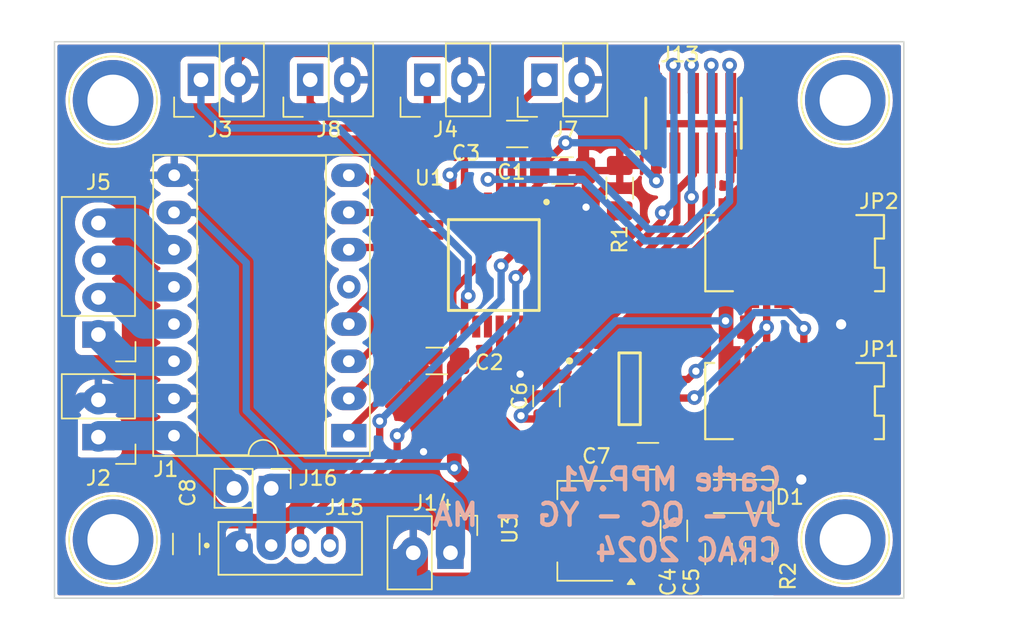
<source format=kicad_pcb>
(kicad_pcb (version 20221018) (generator pcbnew)
  (layers (0 "F.Cu" signal) (31 "B.Cu" signal) (34 "B.Paste" user) (35 "F.Paste" user) (36 "B.SilkS" user "B.Silkscreen") (37 "F.SilkS" user "F.Silkscreen") (38 "B.Mask" user) (39 "F.Mask" user) (44 "Edge.Cuts" user))
  (net 0 "")
  (net 1 "/EN")
  (net 2 "/M0")
  (net 3 "/M1")
  (net 4 "/M2")
  (net 6 "/STBY")
  (net 7 "/STEP")
  (net 8 "/DIR")
  (net 9 "GND")
  (net 10 "+5V")
  (net 11 "/A2")
  (net 12 "/A1")
  (net 13 "/B2")
  (net 14 "/B1")
  (net 15 "/V_HERKULEX")
  (net 16 "+3.3V")
  (net 17 "/TX_Can")
  (net 18 "/RX_Can")
  (net 21 "/CAN_H")
  (net 22 "/CAN_L")
  (net 23 "/V_STEPPER")
  (net 24 "/Tx1")
  (net 25 "/Aux1")
  (net 26 "/Aux2")
  (net 27 "/Aux3")
  (net 28 "/NRST")
  (net 29 "/Aux4")
  (net 30 "/BOOT0")
  (net 31 "Net-(D1-K)")
  (net 32 "/TX_TARGET")
  (net 33 "/TMS")
  (net 34 "/TCK")
  (net 35 "/RX_TARGET")
  (net 36 "/SWO")
  (net 41 "/Aux5")
  (net 42 "/Aux7")
  (net 43 "/Aux6")
  (net 44 "/Rx1")
  (footprint "Package_TO_SOT_SMD:SOT-223-3_TabPin2" (layer "F.Cu") (at 161.35 116.1 180)
    (fp_text reference "U3")
    (fp_text value "AZ1117-3.3")
  )
  (footprint "Capacitor_SMD:C_1206_3216Metric_Pad1.33x1.80mm_HandSolder" (layer "F.Cu") (at 158.7 106.9 90)
    (fp_text reference "C6")
    (fp_text value "100nF")
  )
  (footprint "Capacitor_SMD:C_1206_3216Metric_Pad1.33x1.80mm_HandSolder" (layer "F.Cu") (at 151.2 104.5)
    (fp_text reference "C2")
    (fp_text value "100nF")
  )
  (footprint "FootprintGamelGe2_v6:SW_DIP_SPSTx02_Slide_9.78x7.26mm_W7.62mm_P2.54mm" (layer "F.Cu") (at 161.623065 104.523999)
    (fp_text reference "U2" hide)
    (fp_text value "MCP2562FDT-E/SN" hide)
  )
  (footprint "FootprintGamelGe2_v6:SW_DIP_SPSTx04_Slide_9.78x12.34mm_W7.62mm_P2.54mm" (layer "F.Cu") (at 173.6 93.9)
    (fp_text reference "JP2")
    (fp_text value "Micromatch 8" hide)
  )
  (footprint "Capacitor_SMD:C_1206_3216Metric_Pad1.33x1.80mm_HandSolder" (layer "F.Cu") (at 156.7 89 180)
    (fp_text reference "C3")
    (fp_text value "100nF")
  )
  (footprint "Connector_PinHeader_2.54mm:PinHeader_1x02_P2.54mm_Vertical" (layer "F.Cu") (at 139.9 113.2 -90)
    (fp_text reference "J15")
    (fp_text value "Conn_01x02")
  )
  (footprint "FootprintGamelGe2_v6:Mounting_Screw_3mm" (layer "F.Cu") (at 129.1 86.7)
    (fp_text reference "J9" hide)
    (fp_text value "Mounting_Screw_3mm")
  )
  (footprint "FootprintGamelGe2_v6:Autocom2" (layer "F.Cu") (at 152.14 117.6 -90)
    (fp_text reference "J14")
    (fp_text value "Autocom2")
  )
  (footprint "Resistor_SMD:R_1206_3216Metric_Pad1.30x1.75mm_HandSolder" (layer "F.Cu") (at 163.7 92.7 -90)
    (fp_text reference "R1")
    (fp_text value "10K")
  )
  (footprint "Capacitor_SMD:C_1206_3216Metric_Pad1.33x1.80mm_HandSolder" (layer "F.Cu") (at 167.4 116.1 -90)
    (fp_text reference "C4")
    (fp_text value "10uF")
  )
  (footprint "FootprintGamelGe2_v6:Autocom2" (layer "F.Cu") (at 150.56 85.3 90)
    (fp_text reference "J4")
    (fp_text value "Autocom2")
  )
  (footprint "FootprintGamelGe2_v6:Mounting_Screw_3mm" (layer "F.Cu") (at 179.1 86.7)
    (fp_text reference "J11" hide)
    (fp_text value "Mounting_Screw_3mm")
  )
  (footprint "LED_SMD:LED_1206_3216Metric_Pad1.42x1.75mm_HandSolder" (layer "F.Cu") (at 171.7125 113.75 180)
    (fp_text reference "D1")
    (fp_text value "LED")
  )
  (footprint "FootprintGamelGe2_v6:Mounting_Screw_3mm" (layer "F.Cu") (at 179.1 116.7)
    (fp_text reference "J12" hide)
    (fp_text value "Mounting_Screw_3mm")
  )
  (footprint "Capacitor_SMD:C_1206_3216Metric_Pad1.33x1.80mm_HandSolder" (layer "F.Cu") (at 165.630031 111.005 180)
    (fp_text reference "C7")
    (fp_text value "100nF")
  )
  (footprint "Resistor_SMD:R_1206_3216Metric_Pad1.30x1.75mm_HandSolder" (layer "F.Cu") (at 173.2 117.65 90)
    (fp_text reference "R2")
    (fp_text value "360")
  )
  (footprint "0_FootprintGe2:TE_292161-4" (layer "F.Cu") (at 137.9 117.1)
    (fp_text reference "J16")
    (fp_text value "Herkulex")
  )
  (footprint "FootprintGamelGe2_v6:Autocom2" (layer "F.Cu") (at 135.1 85.3 90)
    (fp_text reference "J3")
    (fp_text value "Autocom2")
  )
  (footprint "FootprintGamelGe2_v6:Autocom2" (layer "F.Cu") (at 142.56 85.3 90)
    (fp_text reference "J8")
    (fp_text value "Autocom2")
  )
  (footprint "FootprintGamelGe2_v6:Autocom4" (layer "F.Cu") (at 128.1 102.7 180)
    (fp_text reference "J5")
    (fp_text value "Autocom4")
  )
  (footprint "FootprintGamelGe2_v6:Autocom2" (layer "F.Cu") (at 158.56 85.3 90)
    (fp_text reference "J7")
    (fp_text value "Autocom2")
  )
  (footprint "Package_DIP:DIP-16_W7.62mm_Socket_LongPads" (layer "F.Cu") (at 145.2 109.6 180)
    (fp_text reference "J1")
    (fp_text value "Conn_01x08")
  )
  (footprint "FootprintGamelGe2_v6:Autocom2" (layer "F.Cu") (at 128.1 109.7 180)
    (fp_text reference "J2")
    (fp_text value "Autocom2")
  )
  (footprint "Capacitor_SMD:C_1206_3216Metric_Pad1.33x1.80mm_HandSolder" (layer "F.Cu") (at 134.1 117 90)
    (fp_text reference "C8")
    (fp_text value "Cap")
  )
  (footprint "Capacitor_SMD:C_1206_3216Metric_Pad1.33x1.80mm_HandSolder" (layer "F.Cu") (at 170.45 117.6875 -90)
    (fp_text reference "C5")
    (fp_text value "22uF")
  )
  (footprint "STM32F303K8T6:QFP80P900X900X160-32N" (layer "F.Cu") (at 155.1 97.95 -90)
    (fp_text reference "U1")
    (fp_text value "STM32F303K8T6")
  )
  (footprint "0_FootprintGe2:SAMTEC_FTSH-105-01-L-DV-K" (layer "F.Cu") (at 168.74 88.265)
    (fp_text reference "J13")
    (fp_text value "FTSH-105-01-L-DV-K" hide)
  )
  (footprint "Capacitor_SMD:C_1206_3216Metric_Pad1.33x1.80mm_HandSolder" (layer "F.Cu") (at 159.8 91.5 180)
    (fp_text reference "C1")
    (fp_text value "100nF")
  )
  (footprint "FootprintGamelGe2_v6:Mounting_Screw_3mm" (layer "F.Cu") (at 129.1 116.7)
    (fp_text reference "J10" hide)
    (fp_text value "Mounting_Screw_3mm")
  )
  (footprint "FootprintGamelGe2_v6:SW_DIP_SPSTx04_Slide_9.78x12.34mm_W7.62mm_P2.54mm" (layer "F.Cu") (at 170.8 104)
    (fp_text reference "JP1")
    (fp_text value "Micromatch 8" hide)
  )
  (gr_rect (start 125.1 82.7) (end 183.1 120.7) (stroke (width 0.1)) (fill none) (layer "Edge.Cuts"))
  (gr_text "Carte MPP.V1\nJV - QC - YG - MA\nCRAC 2024" (at 174.9 118.3) (layer "B.SilkS") (effects (font (size 1.5 1.5) (thickness 0.3) bold) (justify left bottom mirror)))
  (segment (start 148.4 101.36066) (end 148.4 106.1) (width 0.5) (layer "F.Cu") (net 1))
  (segment (start 149.81066 99.95) (end 148.4 101.36066) (width 0.5) (layer "F.Cu") (net 1))
  (segment (start 145.2 109.3) (end 145.2 109.6) (width 0.5) (layer "F.Cu") (net 1))
  (segment (start 148.4 106.1) (end 145.2 109.3) (width 0.5) (layer "F.Cu") (net 1))
  (segment (start 150.9 99.95) (end 149.81066 99.95) (width 0.5) (layer "F.Cu") (net 1))
  (segment (start 149.55 99.15) (end 147.65 101.05) (width 0.5) (layer "F.Cu") (net 2))
  (segment (start 150.9 99.15) (end 149.55 99.15) (width 0.5) (layer "F.Cu") (net 2))
  (segment (start 147.65 104.61) (end 145.2 107.06) (width 0.5) (layer "F.Cu") (net 2))
  (segment (start 147.65 101.05) (end 147.65 104.61) (width 0.5) (layer "F.Cu") (net 2))
  (segment (start 146.9 103.575) (end 145.955 104.52) (width 0.5) (layer "F.Cu") (net 3))
  (segment (start 145.955 104.52) (end 145.2 104.52) (width 0.5) (layer "F.Cu") (net 3))
  (segment (start 150.9 98.35) (end 149.28934 98.35) (width 0.5) (layer "F.Cu") (net 3))
  (segment (start 149.28934 98.35) (end 146.9 100.73934) (width 0.5) (layer "F.Cu") (net 3))
  (segment (start 146.9 100.73934) (end 146.9 103.575) (width 0.5) (layer "F.Cu") (net 3))
  (segment (start 145.2 101.98) (end 145.2 101.37868) (width 0.5) (layer "F.Cu") (net 4))
  (segment (start 149.02868 97.55) (end 150.9 97.55) (width 0.5) (layer "F.Cu") (net 4))
  (segment (start 145.2 101.37868) (end 149.02868 97.55) (width 0.5) (layer "F.Cu") (net 4))
  (segment (start 145.35 96.75) (end 145.2 96.9) (width 0.5) (layer "F.Cu") (net 6))
  (segment (start 150.9 96.75) (end 145.35 96.75) (width 0.5) (layer "F.Cu") (net 6))
  (segment (start 145.2 94.36) (end 147.46 94.36) (width 0.5) (layer "F.Cu") (net 7))
  (segment (start 147.46 94.36) (end 149.05 95.95) (width 0.5) (layer "F.Cu") (net 7))
  (segment (start 149.05 95.95) (end 150.9 95.95) (width 0.5) (layer "F.Cu") (net 7))
  (segment (start 145.2 91.82) (end 146.22 91.82) (width 0.5) (layer "F.Cu") (net 8))
  (segment (start 146.22 91.82) (end 149.55 95.15) (width 0.5) (layer "F.Cu") (net 8))
  (segment (start 149.55 95.15) (end 150.9 95.15) (width 0.5) (layer "F.Cu") (net 8))
  (segment (start 157.15 118.75) (end 150.3 111.9) (width 1) (layer "F.Cu") (net 9))
  (segment (start 164.067531 105.765) (end 163.535 105.765) (width 0.5) (layer "F.Cu") (net 9))
  (segment (start 174.1 119.2) (end 173.2 119.2) (width 1) (layer "F.Cu") (net 9))
  (segment (start 164.5 118.4) (end 164.15 118.75) (width 1) (layer "F.Cu") (net 9))
  (segment (start 161.1 85.3) (end 161.1 88.5) (width 0.5) (layer "F.Cu") (net 9))
  (segment (start 137.64 83.96) (end 138.1 83.5) (width 0.5) (layer "F.Cu") (net 9))
  (segment (start 174.825 112.825) (end 174.825 118.475) (width 1) (layer "F.Cu") (net 9))
  (segment (start 175.875 112.825) (end 176.1 112.6) (width 1) (layer "F.Cu") (net 9))
  (segment (start 165.3 83.5) (end 166.19 84.39) (width 0.5) (layer "F.Cu") (net 9))
  (segment (start 158.6375 105.4) (end 158.7 105.3375) (width 0.5) (layer "F.Cu") (net 9))
  (segment (start 159.1275 105.765) (end 158.7 105.3375) (width 0.5) (layer "F.Cu") (net 9))
  (segment (start 167.4 119.1) (end 167.5 119.2) (width 1) (layer "F.Cu") (net 9))
  (segment (start 137.9 117.1) (end 137.9 119.45) (width 1) (layer "F.Cu") (net 9))
  (segment (start 150.9 103.2375) (end 149.6375 104.5) (width 0.5) (layer "F.Cu") (net 9))
  (segment (start 161.2 83.5) (end 165.3 83.5) (width 0.5) (layer "F.Cu") (net 9))
  (segment (start 165.337531 104.495) (end 166.792531 104.495) (width 0.5) (layer "F.Cu") (net 9))
  (segment (start 153.1 83.6) (end 153.2 83.5) (width 0.4) (layer "F.Cu") (net 9))
  (segment (start 167.5 119.2) (end 165.3 119.2) (width 1) (layer "F.Cu") (net 9))
  (segment (start 150.3 105.1625) (end 149.6375 104.5) (width 1) (layer "F.Cu") (net 9))
  (segment (start 138.1 83.5) (end 145.2 83.5) (width 0.5) (layer "F.Cu") (net 9))
  (segment (start 156.9 105.4) (end 158.6375 105.4) (width 0.5) (layer "F.Cu") (net 9))
  (segment (start 149.6 119.45) (end 156.45 119.45) (width 1) (layer "F.Cu") (net 9))
  (segment (start 178.818008 94.888995) (end 178.818008 102) (width 0.5) (layer "F.Cu") (net 9))
  (segment (start 167.46 88.36) (end 167.4 88.3) (width 0.5) (layer "F.Cu") (net 9))
  (segment (start 134.9875 119.45) (end 137.9 119.45) (width 1) (layer "F.Cu") (net 9))
  (segment (start 167.4 117.6625) (end 167.4 119.1) (width 1) (layer "F.Cu") (net 9))
  (segment (start 171.27 88.5) (end 171.27 90.2) (width 0.5) (layer "F.Cu") (net 9))
  (segment (start 161.3625 91.5) (end 161.3625 93.9625) (width 0.5) (layer "F.Cu") (net 9))
  (segment (start 166.6 88.3) (end 167.4 88.3) (width 0.5) (layer "F.Cu") (net 9))
  (segment (start 172.468008 99.388996) (end 172.468008 109.482996) (width 0.5) (layer "F.Cu") (net 9))
  (segment (start 167.4 88.3) (end 171.07 88.3) (width 0.5) (layer "F.Cu") (net 9))
  (segment (start 159.3 95.15) (end 159.3 93.5625) (width 0.5) (layer "F.Cu") (net 9))
  (segment (start 153.1 85.3) (end 153.1 83.6) (width 0.4) (layer "F.Cu") (net 9))
  (segment (start 164.067531 105.765) (end 165.337531 104.495) (width 0.5) (layer "F.Cu") (net 9))
  (segment (start 166.19 86.3) (end 166.19 87.89) (width 0.5) (layer "F.Cu") (net 9))
  (segment (start 161.1 91.2375) (end 161.3625 91.5) (width 0.5) (layer "F.Cu") (net 9))
  (segment (start 156.45 119.45) (end 157.15 118.75) (width 1) (layer "F.Cu") (net 9))
  (segment (start 137.64 85.3) (end 137.64 83.96) (width 0.5) (layer "F.Cu") (net 9))
  (segment (start 171.07 88.3) (end 171.27 88.5) (width 0.5) (layer "F.Cu") (net 9))
  (segment (start 145.2 83.5) (end 153.2 83.5) (width 0.5) (layer "F.Cu") (net 9))
  (segment (start 161.3625 93.9625) (end 161.4 94) (width 0.5) (layer "F.Cu") (net 9))
  (segment (start 159.3 93.5625) (end 161.3625 91.5) (width 0.5) (layer "F.Cu") (net 9))
  (segment (start 137.9 119.45) (end 149.6 119.45) (width 1) (layer "F.Cu") (net 9))
  (segment (start 165.3 86.3) (end 163.7 87.9) (width 0.5) (layer "F.Cu") (net 9))
  (segment (start 164.067531 111.005) (end 164.067531 105.765) (width 0.5) (layer "F.Cu") (net 9))
  (segment (start 178.818008 104.982995) (end 178.812008 104.988995) (width 0.5) (layer "F.Cu") (net 9))
  (segment (start 163.35 91.5) (end 163.7 91.15) (width 0.5) (layer "F.Cu") (net 9))
  (segment (start 150.9 100.75) (end 150.9 103.2375) (width 0.5) (layer "F.Cu") (net 9))
  (segment (start 161.1 83.6) (end 161.2 83.5) (width 0.5) (layer "F.Cu") (net 9))
  (segment (start 164.15 118.75) (end 157.15 118.75) (width 1) (layer "F.Cu") (net 9))
  (segment (start 134.1 118.5625) (end 134.9875 119.45) (width 1) (layer "F.Cu") (net 9))
  (segment (start 166.19 87.89) (end 166.6 88.3) (width 0.5) (layer "F.Cu") (net 9))
  (segment (start 161.1 88.5) (end 161.1 91.2375) (width 0.5) (layer "F.Cu") (net 9))
  (segment (start 161.1 88.5) (end 158.7625 88.5) (width 0.5) (layer "F.Cu") (net 9))
  (segment (start 166.19 86.3) (end 165.3 86.3) (width 0.5) (layer "F.Cu") (net 9))
  (segment (start 167.46 90.2) (end 167.46 88.36) (width 0.5) (layer "F.Cu") (net 9))
  (segment (start 161.1 85.3) (end 161.1 83.6) (width 0.5) (layer "F.Cu") (net 9))
  (segment (start 145.1 83.6) (end 145.2 83.5) (width 0.4) (layer "F.Cu") (net 9))
  (segment (start 150.3 111.9) (end 150.3 105.1625) (width 1) (layer "F.Cu") (net 9))
  (segment (start 174.825 118.475) (end 174.1 119.2) (width 1) (layer "F.Cu") (net 9))
  (segment (start 166.19 84.39) (end 166.19 86.3) (width 0.5) (layer "F.Cu") (net 9))
  (segment (start 145.1 85.3) (end 145.1 83.6) (width 0.4) (layer "F.Cu") (net 9))
  (segment (start 174.825 112.825) (end 175.875 112.825) (width 1) (layer "F.Cu") (net 9))
  (segment (start 158.7625 88.5) (end 158.2625 89) (width 0.5) (layer "F.Cu") (net 9))
  (segment (start 172.462008 110.462008) (end 174.825 112.825) (width 1) (layer "F.Cu") (net 9))
  (segment (start 161.957468 105.765) (end 159.1275 105.765) (width 0.5) (layer "F.Cu") (net 9))
  (segment (start 153.2 83.5) (end 161.2 83.5) (width 0.5) (layer "F.Cu") (net 9))
  (segment (start 165.3 119.2) (end 164.5 118.4) (width 1) (layer "F.Cu") (net 9))
  (segment (start 172.468008 109.482996) (end 172.462008 109.488996) (width 0.5) (layer "F.Cu") (net 9))
  (segment (start 161.3625 91.5) (end 163.35 91.5) (width 0.5) (layer "F.Cu") (net 9))
  (segment (start 163.7 87.9) (end 163.7 91.15) (width 0.5) (layer "F.Cu") (net 9))
  (segment (start 173.2 119.2) (end 167.5 119.2) (width 1) (layer "F.Cu") (net 9))
  (segment (start 149.6 117.6) (end 149.6 119.45) (width 2) (layer "F.Cu") (net 9))
  (segment (start 161.957468 105.765) (end 163.535 105.765) (width 0.5) (layer "F.Cu") (net 9))
  (segment (start 172.462008 109.488996) (end 172.462008 110.462008) (width 1) (layer "F.Cu") (net 9))
  (segment (start 178.818008 102) (end 178.818008 104.982995) (width 0.5) (layer "F.Cu") (net 9))
  (via blind (at 156.9 105.4) (size 1) (drill 0.5) (layers "F.Cu" "B.Cu") (net 9))
  (via blind (at 178.818008 102) (size 1.5) (drill 0.7) (layers "F.Cu" "B.Cu") (net 9))
  (via blind (at 161.4 94) (size 1) (drill 0.5) (layers "F.Cu" "B.Cu") (net 9))
  (via blind (at 176.1 112.6) (size 1.5) (drill 0.7) (layers "F.Cu" "B.Cu") (net 9))
  (via blind (at 150.3 110.7) (size 1) (drill 0.5) (layers "F.Cu" "B.Cu") (net 9))
  (segment (start 142.31066 110.95) (end 138.95 107.58934) (width 0.5) (layer "B.Cu") (net 9))
  (segment (start 138.95 96.75) (end 134.02 91.82) (width 0.5) (layer "B.Cu") (net 9))
  (segment (start 128.2 107.06) (end 128.1 107.16) (width 2) (layer "B.Cu") (net 9))
  (segment (start 150.3 110.7) (end 151.6 110.7) (width 0.5) (layer "B.Cu") (net 9))
  (segment (start 138.968019 119.35) (end 137.65 118.031981) (width 2) (layer "B.Cu") (net 9))
  (segment (start 138.95 107.58934) (end 138.95 96.75) (width 0.5) (layer "B.Cu") (net 9))
  (segment (start 150.3 110.7) (end 150.05 110.95) (width 0.5) (layer "B.Cu") (net 9))
  (segment (start 150.05 110.95) (end 142.31066 110.95) (width 0.5) (layer "B.Cu") (net 9))
  (segment (start 126.94 107.16) (end 128.1 107.16) (width 1) (layer "B.Cu") (net 9))
  (segment (start 178.818008 109.881992) (end 176.1 112.6) (width 1) (layer "B.Cu") (net 9))
  (segment (start 137.65 118.031981) (end 137.65 117.1) (width 2) (layer "B.Cu") (net 9))
  (segment (start 137.9 117.1) (end 136.5 117.1) (width 1) (layer "B.Cu") (net 9))
  (segment (start 136.5 117.1) (end 131.6 112.2) (width 1) (layer "B.Cu") (net 9))
  (segment (start 131.6 112.2) (end 126.9 112.2) (width 1) (layer "B.Cu") (net 9))
  (segment (start 178.818008 102) (end 178.818008 109.881992) (width 1) (layer "B.Cu") (net 9))
  (segment (start 133.262 107.06) (end 128.2 107.06) (width 2) (layer "B.Cu") (net 9))
  (segment (start 161.4 100.9) (end 156.9 105.4) (width 0.5) (layer "B.Cu") (net 9))
  (segment (start 161.4 94) (end 161.4 100.9) (width 0.5) (layer "B.Cu") (net 9))
  (segment (start 126.9 112.2) (end 126.2 111.5) (width 1) (layer "B.Cu") (net 9))
  (segment (start 126.2 107.9) (end 126.94 107.16) (width 1) (layer "B.Cu") (net 9))
  (segment (start 149.6 117.6) (end 147.85 119.35) (width 2) (layer "B.Cu") (net 9))
  (segment (start 134.02 91.82) (end 133.28 91.82) (width 0.5) (layer "B.Cu") (net 9))
  (segment (start 151.6 110.7) (end 156.9 105.4) (width 0.5) (layer "B.Cu") (net 9))
  (segment (start 126.2 111.5) (end 126.2 107.9) (width 1) (layer "B.Cu") (net 9))
  (segment (start 147.85 119.35) (end 138.968019 119.35) (width 2) (layer "B.Cu") (net 9))
  (segment (start 170.96201 110.31299) (end 167.4 113.875) (width 1) (layer "F.Cu") (net 10))
  (segment (start 158.7 108.4625) (end 157.176714 108.4625) (width 0.5) (layer "F.Cu") (net 10))
  (segment (start 180.318008 99.618996) (end 180.088008 99.388996) (width 1) (layer "F.Cu") (net 10))
  (segment (start 160.1275 107.035) (end 158.7 108.4625) (width 0.5) (layer "F.Cu") (net 10))
  (segment (start 172.988008 91.888995) (end 179.568008 91.888995) (width 1) (layer "F.Cu") (net 10))
  (segment (start 180.318008 109.252996) (end 180.318008 99.618996) (width 1) (layer "F.Cu") (net 10))
  (segment (start 170.96201 104.758997) (end 171.192008 104.988995) (width 1) (layer "F.Cu") (net 10))
  (segment (start 180.082008 109.488996) (end 180.318008 109.252996) (width 1) (layer "F.Cu") (net 10))
  (segment (start 170.96201 95.124993) (end 170.96201 104.758997) (width 1) (layer "F.Cu") (net 10))
  (segment (start 171.198008 94.888995) (end 171.198008 93.678995) (width 1) (layer "F.Cu") (net 10))
  (segment (start 180.318008 99.158996) (end 180.088008 99.388996) (width 1) (layer "F.Cu") (net 10))
  (segment (start 171.198008 93.678995) (end 172.988008 91.888995) (width 1) (layer "F.Cu") (net 10))
  (segment (start 171.192008 104.988995) (end 170.96201 105.218993) (width 1) (layer "F.Cu") (net 10))
  (segment (start 179.568008 91.888995) (end 180.318008 92.638995) (width 1) (layer "F.Cu") (net 10))
  (segment (start 157.176714 108.4625) (end 156.957107 108.242893) (width 0.5) (layer "F.Cu") (net 10))
  (segment (start 161.957468 107.035) (end 160.1275 107.035) (width 0.5) (layer "F.Cu") (net 10))
  (segment (start 170.96201 105.218993) (end 170.96201 110.31299) (width 1) (layer "F.Cu") (net 10))
  (segment (start 171.198008 94.888995) (end 170.96201 95.124993) (width 1) (layer "F.Cu") (net 10))
  (segment (start 164.5 113.8) (end 166.6625 113.8) (width 1) (layer "F.Cu") (net 10))
  (segment (start 167.4 113.875) (end 167.4 114.5375) (width 1) (layer "F.Cu") (net 10))
  (segment (start 180.318008 92.638995) (end 180.318008 99.158996) (width 1) (layer "F.Cu") (net 10))
  (segment (start 166.6625 113.8) (end 167.4 114.5375) (width 1) (layer "F.Cu") (net 10))
  (via blind (at 170.923898 101.761888) (size 1) (drill 0.5) (layers "F.Cu" "B.Cu") (net 10))
  (via blind (at 156.957107 108.242893) (size 1) (drill 0.5) (layers "F.Cu" "B.Cu") (net 10))
  (segment (start 163.438112 101.761888) (end 170.923898 101.761888) (width 0.5) (layer "B.Cu") (net 10))
  (segment (start 156.957107 108.242893) (end 163.438112 101.761888) (width 0.5) (layer "B.Cu") (net 10))
  (segment (start 132.46396 96.9) (end 130.64396 95.08) (width 2) (layer "B.Cu") (net 11))
  (segment (start 133.262 96.9) (end 132.46396 96.9) (width 2) (layer "B.Cu") (net 11))
  (segment (start 130.64396 95.08) (end 128.1 95.08) (width 2) (layer "B.Cu") (net 11))
  (segment (start 131.82198 99.44) (end 130.00198 97.62) (width 2) (layer "B.Cu") (net 12))
  (segment (start 130.00198 97.62) (end 128.1 97.62) (width 2) (layer "B.Cu") (net 12))
  (segment (start 133.262 99.44) (end 131.82198 99.44) (width 2) (layer "B.Cu") (net 12))
  (segment (start 131.18 101.98) (end 133.262 101.98) (width 2) (layer "B.Cu") (net 13))
  (segment (start 128.1 100.16) (end 129.36 100.16) (width 2) (layer "B.Cu") (net 13))
  (segment (start 129.36 100.16) (end 131.18 101.98) (width 2) (layer "B.Cu") (net 13))
  (segment (start 129.92 104.52) (end 128.1 102.7) (width 2) (layer "B.Cu") (net 14))
  (segment (start 133.262 104.52) (end 129.92 104.52) (width 2) (layer "B.Cu") (net 14))
  (segment (start 139.5375 115.4375) (end 139.9 115.8) (width 1) (layer "F.Cu") (net 15))
  (segment (start 139.9 115.8) (end 139.9 117.1) (width 1) (layer "F.Cu") (net 15))
  (segment (start 134.1 115.4375) (end 139.5375 115.4375) (width 1) (layer "F.Cu") (net 15))
  (segment (start 152.14 114.5) (end 152.14 117.6) (width 2) (layer "B.Cu") (net 15))
  (segment (start 139.9 113.2) (end 139.9 117.1) (width 2) (layer "B.Cu") (net 15))
  (segment (start 150.84 113.2) (end 152.14 114.5) (width 2) (layer "B.Cu") (net 15))
  (segment (start 139.9 113.2) (end 150.84 113.2) (width 2) (layer "B.Cu") (net 15))
  (segment (start 162.5 116.1) (end 170.425 116.1) (width 1) (layer "F.Cu") (net 16))
  (segment (start 170.45 113.975) (end 170.225 113.75) (width 1) (layer "F.Cu") (net 16))
  (segment (start 162.5 113.2) (end 162.5 116.1) (width 0.5) (layer "F.Cu") (net 16))
  (segment (start 167.192531 111.707469) (end 166.35 112.55) (width 0.5) (layer "F.Cu") (net 16))
  (segment (start 156.7 116.1) (end 152.4 111.8) (width 1) (layer "F.Cu") (net 16))
  (segment (start 152.3 99.7) (end 154.7 97.3) (width 0.5) (layer "F.Cu") (net 16))
  (segment (start 167.192531 111.005) (end 167.192531 111.707469) (width 0.5) (layer "F.Cu") (net 16))
  (segment (start 166.2 92.2) (end 166.2 90.21) (width 0.5) (layer "F.Cu") (net 16))
  (segment (start 154.7 95.2) (end 154.7 93.75) (width 0.5) (layer "F.Cu") (net 16))
  (segment (start 154.7 95.9) (end 154.7 95.2) (width 0.5) (layer "F.Cu") (net 16))
  (segment (start 167.192531 108.705) (end 166.792531 108.305) (width 0.5) (layer "F.Cu") (net 16))
  (segment (start 152.4 104.8625) (end 152.7625 104.5) (width 1) (layer "F.Cu") (net 16))
  (segment (start 157.9 93.75) (end 157.9 95.3) (width 0.5) (layer "F.Cu") (net 16))
  (segment (start 157.9 92.7) (end 157.9 93.75) (width 0.5) (layer "F.Cu") (net 16))
  (segment (start 170.425 116.1) (end 170.45 116.125) (width 1) (layer "F.Cu") (net 16))
  (segment (start 152.3 104.0375) (end 152.7625 104.5) (width 0.5) (layer "F.Cu") (net 16))
  (segment (start 157.9 95.3) (end 157.3 95.9) (width 0.5) (layer "F.Cu") (net 16))
  (segment (start 157.3 95.9) (end 154.7 95.9) (width 0.5) (layer "F.Cu") (net 16))
  (segment (start 158.2375 91.5) (end 158.2375 91.3625) (width 0.5) (layer "F.Cu") (net 16))
  (segment (start 166.2 90.21) (end 166.19 90.2) (width 0.5) (layer "F.Cu") (net 16))
  (segment (start 154.7 97.3) (end 154.7 95.2) (width 0.5) (layer "F.Cu") (net 16))
  (segment (start 152.3 102.15) (end 152.3 104.0375) (width 0.5) (layer "F.Cu") (net 16))
  (segment (start 152.4 111.8) (end 152.4 104.8625) (width 1) (layer "F.Cu") (net 16))
  (segment (start 170.45 116.125) (end 170.45 113.975) (width 1) (layer "F.Cu") (net 16))
  (segment (start 152.3 102.15) (end 152.3 99.7) (width 0.5) (layer "F.Cu") (net 16))
  (segment (start 158.2 116.1) (end 156.7 116.1) (width 1) (layer "F.Cu") (net 16))
  (segment (start 158.2 116.1) (end 162.5 116.1) (width 1) (layer "F.Cu") (net 16))
  (segment (start 158.2375 91.3625) (end 160 89.6) (width 0.5) (layer "F.Cu") (net 16))
  (segment (start 158.2375 91.5) (end 158.2375 92.3625) (width 0.5) (layer "F.Cu") (net 16))
  (segment (start 167.192531 111.005) (end 167.192531 108.705) (width 0.5) (layer "F.Cu") (net 16))
  (segment (start 158.2375 92.3625) (end 157.9 92.7) (width 0.5) (layer "F.Cu") (net 16))
  (segment (start 163.15 112.55) (end 162.5 113.2) (width 0.5) (layer "F.Cu") (net 16))
  (segment (start 166.35 112.55) (end 163.15 112.55) (width 0.5) (layer "F.Cu") (net 16))
  (via blind (at 166.2 92.2) (size 1) (drill 0.5) (layers "F.Cu" "B.Cu") (net 16))
  (via blind (at 160 89.6) (size 1) (drill 0.5) (layers "F.Cu" "B.Cu") (net 16))
  (via blind (at 152.4 111.8) (size 1) (drill 0.5) (layers "F.Cu" "B.Cu") (net 16))
  (segment (start 134.76 94.36) (end 138.2 97.8) (width 0.5) (layer "B.Cu") (net 16))
  (segment (start 160 89.6) (end 163.6 89.6) (width 0.5) (layer "B.Cu") (net 16))
  (segment (start 152.3 111.7) (end 152.4 111.8) (width 0.5) (layer "B.Cu") (net 16))
  (segment (start 142 111.7) (end 152.3 111.7) (width 0.5) (layer "B.Cu") (net 16))
  (segment (start 138.2 97.8) (end 138.2 107.9) (width 0.5) (layer "B.Cu") (net 16))
  (segment (start 133.262 94.36) (end 134.76 94.36) (width 0.5) (layer "B.Cu") (net 16))
  (segment (start 138.2 107.9) (end 142 111.7) (width 0.5) (layer "B.Cu") (net 16))
  (segment (start 163.6 89.6) (end 166.2 92.2) (width 0.5) (layer "B.Cu") (net 16))
  (segment (start 156.3 103.63566) (end 156.81434 104.15) (width 0.5) (layer "F.Cu") (net 17))
  (segment (start 161.612468 104.15) (end 161.957468 104.495) (width 0.5) (layer "F.Cu") (net 17))
  (segment (start 156.81434 104.15) (end 161.612468 104.15) (width 0.5) (layer "F.Cu") (net 17))
  (segment (start 156.3 102.15) (end 156.3 103.63566) (width 0.5) (layer "F.Cu") (net 17))
  (segment (start 155.5 102.15) (end 155.5 108.2) (width 0.5) (layer "F.Cu") (net 18))
  (segment (start 160.562468 109.7) (end 161.957468 108.305) (width 0.5) (layer "F.Cu") (net 18))
  (segment (start 157 109.7) (end 160.562468 109.7) (width 0.5) (layer "F.Cu") (net 18))
  (segment (start 155.5 108.2) (end 157 109.7) (width 0.5) (layer "F.Cu") (net 18))
  (segment (start 175.008008 99.388996) (end 175.008008 101.008008) (width 0.5) (layer "F.Cu") (net 21))
  (segment (start 176.272008 104.988995) (end 176.272008 106.648995) (width 0.5) (layer "F.Cu") (net 21))
  (segment (start 176.278008 96.578995) (end 175.008008 97.848995) (width 0.5) (layer "F.Cu") (net 21))
  (segment (start 175.002008 107.918995) (end 175.002008 109.488996) (width 0.5) (layer "F.Cu") (net 21))
  (segment (start 176.272008 102.272008) (end 176.272008 104.988995) (width 0.5) (layer "F.Cu") (net 21))
  (segment (start 175.008008 101.008008) (end 176.272008 102.272008) (width 0.5) (layer "F.Cu") (net 21))
  (segment (start 175.008008 97.848995) (end 175.008008 99.388996) (width 0.5) (layer "F.Cu") (net 21))
  (segment (start 168.9 105.2) (end 168.335 105.765) (width 0.5) (layer "F.Cu") (net 21))
  (segment (start 176.278008 94.888995) (end 176.278008 96.578995) (width 0.5) (layer "F.Cu") (net 21))
  (segment (start 168.335 105.765) (end 166.792531 105.765) (width 0.5) (layer "F.Cu") (net 21))
  (segment (start 176.272008 106.648995) (end 175.002008 107.918995) (width 0.5) (layer "F.Cu") (net 21))
  (via blind (at 176.272008 102.272008) (size 1) (drill 0.5) (layers "F.Cu" "B.Cu") (net 21))
  (via blind (at 168.9 105.2) (size 1) (drill 0.5) (layers "F.Cu" "B.Cu") (net 21))
  (segment (start 175.2 101.2) (end 176.272008 102.272008) (width 0.5) (layer "B.Cu") (net 21))
  (segment (start 168.9 105.2) (end 172.9 101.2) (width 0.5) (layer "B.Cu") (net 21))
  (segment (start 172.9 101.2) (end 175.2 101.2) (width 0.5) (layer "B.Cu") (net 21))
  (segment (start 177.388995 92.888995) (end 177.548008 93.048008) (width 0.5) (layer "F.Cu") (net 22))
  (segment (start 173.738008 94.888995) (end 173.738008 93.161992) (width 0.5) (layer "F.Cu") (net 22))
  (segment (start 177.548008 93.048008) (end 177.548008 99.388996) (width 0.5) (layer "F.Cu") (net 22))
  (segment (start 173.732008 94.894995) (end 173.738008 94.888995) (width 0.5) (layer "F.Cu") (net 22))
  (segment (start 177.542008 99.394996) (end 177.548008 99.388996) (width 0.5) (layer "F.Cu") (net 22))
  (segment (start 173.738008 93.161992) (end 174.011005 92.888995) (width 0.5) (layer "F.Cu") (net 22))
  (segment (start 168.765 107.035) (end 168.8 107) (width 0.5) (layer "F.Cu") (net 22))
  (segment (start 173.732008 102.2) (end 173.732008 94.894995) (width 0.5) (layer "F.Cu") (net 22))
  (segment (start 174.011005 92.888995) (end 177.388995 92.888995) (width 0.5) (layer "F.Cu") (net 22))
  (segment (start 177.542008 109.488996) (end 177.542008 99.394996) (width 0.5) (layer "F.Cu") (net 22))
  (segment (start 166.792531 107.035) (end 168.765 107.035) (width 0.5) (layer "F.Cu") (net 22))
  (segment (start 173.732008 104.988995) (end 173.732008 102.2) (width 0.5) (layer "F.Cu") (net 22))
  (via blind (at 168.8 107) (size 1) (drill 0.5) (layers "F.Cu" "B.Cu") (net 22))
  (via blind (at 173.732008 102.2) (size 1) (drill 0.5) (layers "F.Cu" "B.Cu") (net 22))
  (segment (start 168.932008 107) (end 173.732008 102.2) (width 0.5) (layer "B.Cu") (net 22))
  (segment (start 168.8 107) (end 168.932008 107) (width 0.5) (layer "B.Cu") (net 22))
  (segment (start 133.262 109.6) (end 128.2 109.6) (width 2) (layer "B.Cu") (net 23))
  (segment (start 128.2 109.6) (end 128.1 109.7) (width 2) (layer "B.Cu") (net 23))
  (segment (start 133.462 109.6) (end 133.262 109.6) (width 2) (layer "B.Cu") (net 23))
  (segment (start 137.062 113.2) (end 133.462 109.6) (width 2) (layer "B.Cu") (net 23))
  (segment (start 137.36 113.2) (end 137.062 113.2) (width 2) (layer "B.Cu") (net 23))
  (segment (start 143.9 115.5) (end 143.9 117.1) (width 0.5) (layer "F.Cu") (net 24))
  (segment (start 159.3 97.55) (end 157.85 97.55) (width 0.5) (layer "F.Cu") (net 24))
  (segment (start 148.5 109.6) (end 148.5 110.9) (width 0.5) (layer "F.Cu") (net 24))
  (segment (start 157.85 97.55) (end 156.6 98.8) (width 0.5) (layer "F.Cu") (net 24))
  (segment (start 148.5 110.9) (end 143.9 115.5) (width 0.5) (layer "F.Cu") (net 24))
  (via blind (at 156.6 98.8) (size 1) (drill 0.5) (layers "F.Cu" "B.Cu") (net 24))
  (via blind (at 148.5 109.6) (size 1) (drill 0.5) (layers "F.Cu" "B.Cu") (net 24))
  (segment (start 156.6 98.8) (end 156.6 101.5) (width 0.5) (layer "B.Cu") (net 24))
  (segment (start 156.6 101.5) (end 148.5 109.6) (width 0.5) (layer "B.Cu") (net 24))
  (segment (start 144.3 88.6) (end 142.56 86.86) (width 0.5) (layer "F.Cu") (net 25))
  (segment (start 142.56 86.86) (end 142.56 85.3) (width 0.5) (layer "F.Cu") (net 25))
  (segment (start 153.1 93.75) (end 153.1 90.3) (width 0.5) (layer "F.Cu") (net 25))
  (segment (start 153.1 90.3) (end 151.4 88.6) (width 0.5) (layer "F.Cu") (net 25))
  (segment (start 151.4 88.6) (end 144.3 88.6) (width 0.5) (layer "F.Cu") (net 25))
  (segment (start 153.1 102.15) (end 153.1 100.314214) (width 0.5) (layer "F.Cu") (net 26))
  (segment (start 153.1 100.314214) (end 153.357107 100.057107) (width 0.5) (layer "F.Cu") (net 26))
  (via blind (at 153.357107 100.057107) (size 1) (drill 0.5) (layers "F.Cu" "B.Cu") (net 26))
  (segment (start 153.357107 100.057107) (end 153.357107 97.457107) (width 0.5) (layer "B.Cu") (net 26))
  (segment (start 135.1 87.1) (end 135.1 85.3) (width 0.5) (layer "B.Cu") (net 26))
  (segment (start 153.357107 97.457107) (end 144.5 88.6) (width 0.5) (layer "B.Cu") (net 26))
  (segment (start 144.5 88.6) (end 136.6 88.6) (width 0.5) (layer "B.Cu") (net 26))
  (segment (start 136.6 88.6) (end 135.1 87.1) (width 0.5) (layer "B.Cu") (net 26))
  (segment (start 156.3 93.75) (end 156.3 88.032412) (width 0.5) (layer "F.Cu") (net 27))
  (segment (start 150.56 87.06) (end 150.56 85.3) (width 0.5) (layer "F.Cu") (net 27))
  (segment (start 151 87.5) (end 150.56 87.06) (width 0.5) (layer "F.Cu") (net 27))
  (segment (start 155.767588 87.5) (end 151 87.5) (width 0.5) (layer "F.Cu") (net 27))
  (segment (start 156.3 88.032412) (end 155.767588 87.5) (width 0.5) (layer "F.Cu") (net 27))
  (segment (start 171.2 86.23) (end 171.27 86.3) (width 0.5) (layer "F.Cu") (net 28))
  (segment (start 171.2 84.3) (end 171.2 86.23) (width 0.5) (layer "F.Cu") (net 28))
  (segment (start 155.4 92.1) (end 155.5 92) (width 0.5) (layer "F.Cu") (net 28))
  (segment (start 155.5 92) (end 155.5 90.7) (width 0.5) (layer "F.Cu") (net 28))
  (segment (start 155.5 93.75) (end 155.5 90.7) (width 0.5) (layer "F.Cu") (net 28))
  (segment (start 154.7 92.1) (end 155.4 92.1) (width 0.5) (layer "F.Cu") (net 28))
  (segment (start 155.5 90.7) (end 155.5 89.3625) (width 0.5) (layer "F.Cu") (net 28))
  (segment (start 155.5 89.3625) (end 155.1375 89) (width 0.5) (layer "F.Cu") (net 28))
  (via blind (at 171.2 84.3) (size 1) (drill 0.5) (layers "F.Cu" "B.Cu") (net 28))
  (via blind (at 154.7 92.1) (size 1) (drill 0.5) (layers "F.Cu" "B.Cu") (net 28))
  (segment (start 165.4 96.3) (end 168.5 96.3) (width 0.5) (layer "B.Cu") (net 28))
  (segment (start 168.5 96.3) (end 171.2 93.6) (width 0.5) (layer "B.Cu") (net 28))
  (segment (start 161.2 92.1) (end 165.4 96.3) (width 0.5) (layer "B.Cu") (net 28))
  (segment (start 154.7 92.1) (end 161.2 92.1) (width 0.5) (layer "B.Cu") (net 28))
  (segment (start 171.2 93.6) (end 171.2 84.3) (width 0.5) (layer "B.Cu") (net 28))
  (segment (start 157.075 93.725) (end 157.075 86.785) (width 0.5) (layer "F.Cu") (net 29))
  (segment (start 157.1 93.75) (end 157.075 93.725) (width 0.5) (layer "F.Cu") (net 29))
  (segment (start 157.075 86.785) (end 158.56 85.3) (width 0.5) (layer "F.Cu") (net 29))
  (segment (start 162 95.95) (end 163.7 94.25) (width 0.5) (layer "F.Cu") (net 30))
  (segment (start 159.3 95.95) (end 162 95.95) (width 0.5) (layer "F.Cu") (net 30))
  (segment (start 173.2 116.1) (end 173.2 113.75) (width 1) (layer "F.Cu") (net 31))
  (segment (start 169.949997 86.249997) (end 170 86.3) (width 0.5) (layer "F.Cu") (net 32))
  (segment (start 152.3 92) (end 152.1 91.8) (width 0.5) (layer "F.Cu") (net 32))
  (segment (start 169.949997 84.3) (end 169.949997 86.249997) (width 0.5) (layer "F.Cu") (net 32))
  (segment (start 152.3 93.75) (end 152.3 92) (width 0.5) (layer "F.Cu") (net 32))
  (via blind (at 152.1 91.8) (size 1) (drill 0.5) (layers "F.Cu" "B.Cu") (net 32))
  (via blind (at 169.949997 84.3) (size 1) (drill 0.5) (layers "F.Cu" "B.Cu") (net 32))
  (segment (start 152.1 91.8) (end 152.8 91.1) (width 0.5) (layer "B.Cu") (net 32))
  (segment (start 161.26066 91.1) (end 165.66066 95.5) (width 0.5) (layer "B.Cu") (net 32))
  (segment (start 168.23934 95.5) (end 169.949997 93.789343) (width 0.5) (layer "B.Cu") (net 32))
  (segment (start 152.8 91.1) (end 161.26066 91.1) (width 0.5) (layer "B.Cu") (net 32))
  (segment (start 165.66066 95.5) (end 168.23934 95.5) (width 0.5) (layer "B.Cu") (net 32))
  (segment (start 169.949997 93.789343) (end 169.949997 84.3) (width 0.5) (layer "B.Cu") (net 32))
  (segment (start 161.3 103.4) (end 169.6 95.1) (width 0.5) (layer "F.Cu") (net 33))
  (segment (start 170 92.6) (end 170 90.2) (width 0.5) (layer "F.Cu") (net 33))
  (segment (start 169.6 95.1) (end 169.6 93) (width 0.5) (layer "F.Cu") (net 33))
  (segment (start 157.1 103.375) (end 157.125 103.4) (width 0.5) (layer "F.Cu") (net 33))
  (segment (start 169.6 93) (end 170 92.6) (width 0.5) (layer "F.Cu") (net 33))
  (segment (start 157.1 102.15) (end 157.1 103.375) (width 0.5) (layer "F.Cu") (net 33))
  (segment (start 157.125 103.4) (end 161.3 103.4) (width 0.5) (layer "F.Cu") (net 33))
  (segment (start 168.6 84.3) (end 168.6 86.17) (width 0.5) (layer "F.Cu") (net 34))
  (segment (start 168.6 95.03934) (end 168.6 93.3) (width 0.5) (layer "F.Cu") (net 34))
  (segment (start 161.48934 102.15) (end 168.6 95.03934) (width 0.5) (layer "F.Cu") (net 34))
  (segment (start 157.9 102.15) (end 161.48934 102.15) (width 0.5) (layer "F.Cu") (net 34))
  (segment (start 168.6 86.17) (end 168.73 86.3) (width 0.5) (layer "F.Cu") (net 34))
  (via blind (at 168.6 84.3) (size 1) (drill 0.5) (layers "F.Cu" "B.Cu") (net 34))
  (via blind (at 168.6 93.3) (size 1) (drill 0.5) (layers "F.Cu" "B.Cu") (net 34))
  (segment (start 168.6 93.3) (end 168.6 84.3) (width 0.5) (layer "B.Cu") (net 34))
  (segment (start 167.6 94.97868) (end 167.6 92.885786) (width 0.5) (layer "F.Cu") (net 35))
  (segment (start 161.82868 100.75) (end 167.6 94.97868) (width 0.5) (layer "F.Cu") (net 35))
  (segment (start 167.6 92.885786) (end 168.73 91.755786) (width 0.5) (layer "F.Cu") (net 35))
  (segment (start 168.73 91.755786) (end 168.73 90.2) (width 0.5) (layer "F.Cu") (net 35))
  (segment (start 159.3 100.75) (end 161.82868 100.75) (width 0.5) (layer "F.Cu") (net 35))
  (segment (start 161.56802 99.95) (end 166.35901 95.15901) (width 0.5) (layer "F.Cu") (net 36))
  (segment (start 166.6 94.91802) (end 166.6 94.382233) (width 0.5) (layer "F.Cu") (net 36))
  (segment (start 167.349997 84.3) (end 167.349997 86.189997) (width 0.5) (layer "F.Cu") (net 36))
  (segment (start 167.349997 86.189997) (end 167.46 86.3) (width 0.5) (layer "F.Cu") (net 36))
  (segment (start 159.3 99.95) (end 161.56802 99.95) (width 0.5) (layer "F.Cu") (net 36))
  (segment (start 166.35901 95.15901) (end 166.6 94.91802) (width 0.5) (layer "F.Cu") (net 36))
  (via blind (at 167.349997 84.3) (size 1) (drill 0.5) (layers "F.Cu" "B.Cu") (net 36))
  (via blind (at 166.6 94.382233) (size 1) (drill 0.5) (layers "F.Cu" "B.Cu") (net 36))
  (segment (start 166.617767 94.382233) (end 167.4 93.6) (width 0.5) (layer "B.Cu") (net 36))
  (segment (start 167.4 93.6) (end 167.4 84.350003) (width 0.5) (layer "B.Cu") (net 36))
  (segment (start 166.6 94.382233) (end 166.617767 94.382233) (width 0.5) (layer "B.Cu") (net 36))
  (segment (start 167.4 84.350003) (end 167.349997 84.3) (width 0.5) (layer "B.Cu") (net 36))
  (segment (start 156.85 96.75) (end 155.6 98) (width 0.5) (layer "F.Cu") (net 44))
  (segment (start 147.307107 110.492893) (end 141.9 115.9) (width 0.5) (layer "F.Cu") (net 44))
  (segment (start 141.9 115.9) (end 141.9 117.1) (width 0.5) (layer "F.Cu") (net 44))
  (segment (start 147.307107 108.607107) (end 147.307107 110.492893) (width 0.5) (layer "F.Cu") (net 44))
  (segment (start 159.3 96.75) (end 156.85 96.75) (width 0.5) (layer "F.Cu") (net 44))
  (via blind (at 147.307107 108.607107) (size 1) (drill 0.5) (layers "F.Cu" "B.Cu") (net 44))
  (via blind (at 155.6 98) (size 1) (drill 0.5) (layers "F.Cu" "B.Cu") (net 44))
  (segment (start 147.307107 108.592893) (end 155.6 100.3) (width 0.5) (layer "B.Cu") (net 44))
  (segment (start 155.6 100.3) (end 155.6 98) (width 0.5) (layer "B.Cu") (net 44))
  (segment (start 147.307107 108.607107) (end 147.307107 108.592893) (width 0.5) (layer "B.Cu") (net 44))
  (zone (net 9) (net_name "GND") (layers "F&B.Cu") (connect_pads (clearance 0)) (min_thickness 0.25) (fill yes (thermal_gap 0.5) (thermal_bridge_width 0.5))
    (polygon (pts (xy 125.1 120.7) (xy 125.1 82.7) (xy 183.1 82.7) (xy 183.1 120.7)))
  )
)
</source>
